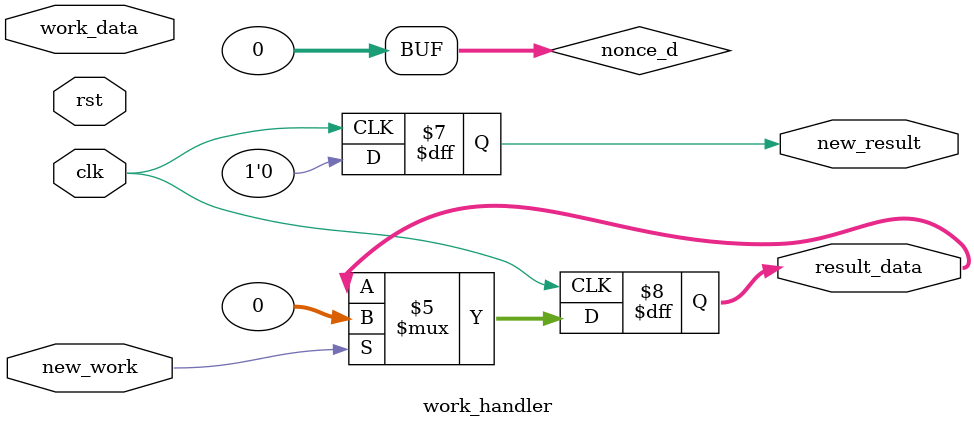
<source format=v>
/*
 * Copyright (c) 2013-2015 John Connor (BM-NC49AxAjcqVcF5jNPu85Rb8MJ2d9JqZt)
 *
 * This is free software: you can redistribute it and/or modify
 * it under the terms of the GNU Affero General Public License with
 * additional permissions to the one published by the Free Software
 * Foundation, either version 3 of the License, or (at your option)
 * any later version. For more information see LICENSE.
 *
 * This program is distributed in the hope that it will be useful,
 * but WITHOUT ANY WARRANTY; without even the implied warranty of
 * MERCHANTABILITY or FITNESS FOR A PARTICULAR PURPOSE.  See the
 * GNU Affero General Public License for more details.
 *
 * You should have received a copy of the GNU Affero General Public License
 * along with this program. If not, see <http://www.gnu.org/licenses/>.
 */

`timescale 1ns / 1ps

module work_handler(
    input clk,
    input rst,
	 input new_work,
	 input [639:0] work_data,
	 output reg new_result,
	 output reg [31:0] result_data
    );

integer nonce_d;

initial
begin
	new_result = 1'b0;
	nonce_d = 0;
end

always @(posedge clk)
begin

	if (rst)
	begin
		new_result <= 1'b0;
		loop_d <= 0;
	end

	new_result <= 1'b0;
		
	if (new_work)
	begin
		result_data <= nonce_d;
	end

end

endmodule

</source>
